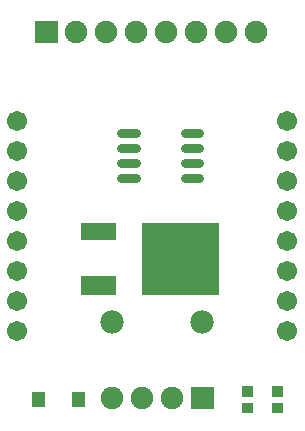
<source format=gts>
G04 Layer: TopSolderMaskLayer*
G04 EasyEDA v6.4.25, 2021-10-17T11:29:02+03:00*
G04 a1471bc6611e4e73a61749ba241ce28d,91e0e8a571584a8f85f685312bed6ac2,10*
G04 Gerber Generator version 0.2*
G04 Scale: 100 percent, Rotated: No, Reflected: No *
G04 Dimensions in millimeters *
G04 leading zeros omitted , absolute positions ,4 integer and 5 decimal *
%FSLAX45Y45*%
%MOMM*%

%ADD29C,0.7316*%
%ADD32C,1.9016*%
%ADD34C,1.7112*%
%ADD38C,1.9812*%

%LPD*%
D29*
X1755899Y-1828800D02*
G01*
X1879399Y-1828800D01*
X1755899Y-1701800D02*
G01*
X1879399Y-1701800D01*
X1755899Y-1574800D02*
G01*
X1879399Y-1574800D01*
X1755899Y-1447800D02*
G01*
X1879399Y-1447800D01*
X1219400Y-1828800D02*
G01*
X1342900Y-1828800D01*
X1219400Y-1701800D02*
G01*
X1342900Y-1701800D01*
X1219400Y-1574800D02*
G01*
X1342900Y-1574800D01*
X1219400Y-1447800D02*
G01*
X1342900Y-1447800D01*
G36*
X2489961Y-3683507D02*
G01*
X2489961Y-3593337D01*
X2590038Y-3593337D01*
X2590038Y-3683507D01*
G37*
G36*
X2489961Y-3823462D02*
G01*
X2489961Y-3733292D01*
X2590038Y-3733292D01*
X2590038Y-3823462D01*
G37*
G36*
X2235961Y-3683507D02*
G01*
X2235961Y-3593337D01*
X2336038Y-3593337D01*
X2336038Y-3683507D01*
G37*
G36*
X2235961Y-3823462D02*
G01*
X2235961Y-3733292D01*
X2336038Y-3733292D01*
X2336038Y-3823462D01*
G37*
G36*
X802386Y-3770884D02*
G01*
X802386Y-3645915D01*
X907542Y-3645915D01*
X907542Y-3770884D01*
G37*
G36*
X464057Y-3770884D02*
G01*
X464057Y-3645915D01*
X569213Y-3645915D01*
X569213Y-3770884D01*
G37*
D32*
G01*
X2362200Y-596900D03*
G01*
X2108200Y-596900D03*
G01*
X1854200Y-596900D03*
G01*
X1600200Y-596900D03*
G01*
X1346200Y-596900D03*
G01*
X1092200Y-596900D03*
G01*
X838200Y-596900D03*
G36*
X489204Y-691895D02*
G01*
X489204Y-501904D01*
X679195Y-501904D01*
X679195Y-691895D01*
G37*
G01*
X1143000Y-3695700D03*
G01*
X1397000Y-3695700D03*
G01*
X1651000Y-3695700D03*
G36*
X1810004Y-3790695D02*
G01*
X1810004Y-3600704D01*
X1999995Y-3600704D01*
X1999995Y-3790695D01*
G37*
D34*
G01*
X337997Y-2875000D03*
G01*
X337997Y-2621000D03*
G01*
X337997Y-2367000D03*
G01*
X337997Y-2113000D03*
G01*
X337997Y-1859000D03*
G01*
X337997Y-1605000D03*
G01*
X337997Y-1351000D03*
G01*
X2623997Y-2875000D03*
G01*
X2623997Y-2621000D03*
G01*
X2623997Y-2367000D03*
G01*
X2623997Y-2113000D03*
G01*
X2623997Y-1859000D03*
G01*
X2623997Y-1605000D03*
G01*
X2623997Y-1351000D03*
G01*
X337997Y-3129000D03*
G01*
X2623997Y-3129000D03*
G36*
X1389126Y-2821431D02*
G01*
X1389126Y-2211323D01*
X2049272Y-2211323D01*
X2049272Y-2821431D01*
G37*
G36*
X879094Y-2358136D02*
G01*
X879094Y-2213102D01*
X1169162Y-2213102D01*
X1169162Y-2358136D01*
G37*
G36*
X879094Y-2823718D02*
G01*
X879094Y-2663444D01*
X1169162Y-2663444D01*
X1169162Y-2823718D01*
G37*
D38*
G01*
X1143000Y-3048000D03*
G01*
X1905000Y-3048000D03*
M02*

</source>
